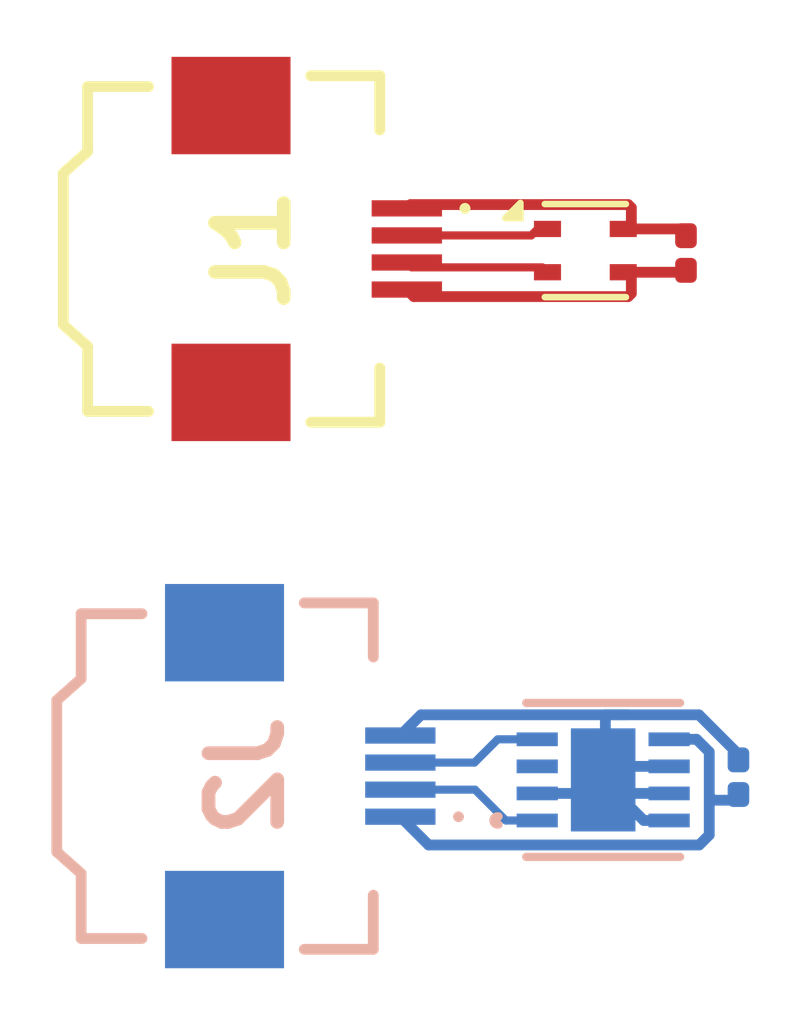
<source format=kicad_pcb>
(kicad_pcb (version 20240108) (generator "pcbnew") (generator_version "8.0")
  (layers (0 "F.Cu" signal) (31 "B.Cu" signal) (36 "B.SilkS" user "B.Silkscreen") (37 "F.SilkS" user "F.Silkscreen") (38 "B.Mask" user) (39 "F.Mask" user) (44 "Edge.Cuts" user))
  (net 0 "")
  (net 1 "/GND")
  (net 2 "/VDD3.3")
  (net 3 "GND")
  (net 4 "/VDD")
  (net 5 "/SDA")
  (net 6 "/SCL")
  (net 7 "/SCL0")
  (net 8 "/SDA0")
  (footprint "Capacitor_SMD:C_0201_0603Metric" (layer "F.Cu") (at 101.79 86.955 90)
    (property "Reference" "C2" (hide yes))
    (property "Value" "100nF" (hide yes))
    (pad "1" smd roundrect (at -0.32 0 90) (size 0.46 0.4) (layers "F.Cu" "F.Mask") (net 4 "/VDD"))
    (pad "2" smd roundrect (at 0.32 0 90) (size 0.46 0.4) (layers "F.Cu" "F.Mask") (net 3 "GND"))
  )
  (footprint "KiCad:FFC2B3504T" (layer "F.Cu") (at 93.455 86.88 -90)
    (property "Reference" "J1" (at 0 -0.325 -90) (layer "F.SilkS") (effects (font (size 1.27 1.27) (thickness 0.254))))
    (property "Value" "FFC2B35-04-T" (hide yes))
    (fp_line (start -1.4 3.175) (end 1.4 3.175) (stroke (width 0.2)) (layer "F.SilkS"))
    (fp_line (start 1.4 3.175) (end 1.8 2.725) (stroke (width 0.2)) (layer "F.SilkS"))
    (fp_line (start -3 2.725) (end -1.8 2.725) (stroke (width 0.2)) (layer "F.SilkS"))
    (fp_line (start -1.8 2.725) (end -1.4 3.175) (stroke (width 0.2)) (layer "F.SilkS"))
    (fp_line (start 1.8 2.725) (end 3 2.725) (stroke (width 0.2)) (layer "F.SilkS"))
    (fp_line (start 3 2.725) (end 3 1.6) (stroke (width 0.2)) (layer "F.SilkS"))
    (fp_line (start -3 1.6) (end -3 2.725) (stroke (width 0.2)) (layer "F.SilkS"))
    (fp_line (start -3.2 -1.4) (end -3.2 -2.675) (stroke (width 0.2)) (layer "F.SilkS"))
    (fp_line (start 3.2 -1.4) (end 3.2 -2.675) (stroke (width 0.2)) (layer "F.SilkS"))
    (fp_line (start -3.2 -2.675) (end -2.2 -2.675) (stroke (width 0.2)) (layer "F.SilkS"))
    (fp_line (start 3.2 -2.675) (end 2.2 -2.675) (stroke (width 0.2)) (layer "F.SilkS"))
    (fp_line (start -0.75 -4.2) (end -0.75 -4.2) (stroke (width 0.1)) (layer "F.SilkS"))
    (fp_line (start -0.75 -4.3) (end -0.75 -4.3) (stroke (width 0.1)) (layer "F.SilkS"))
    (fp_arc (start -0.75 -4.2) (mid -0.8 -4.25) (end -0.75 -4.3) (stroke (width 0.1)) (layer "F.SilkS"))
    (fp_arc (start -0.75 -4.3) (mid -0.7 -4.25) (end -0.75 -4.2) (stroke (width 0.1)) (layer "F.SilkS"))
    (pad "1" smd rect (at -0.75 -3.175 270) (size 0.3 1.3) (layers "F.Cu" "F.Paste" "F.Mask") (net 3 "GND"))
    (pad "2" smd rect (at -0.25 -3.175 270) (size 0.3 1.3) (layers "F.Cu" "F.Paste" "F.Mask") (net 5 "/SDA"))
    (pad "3" smd rect (at 0.25 -3.175 270) (size 0.3 1.3) (layers "F.Cu" "F.Paste" "F.Mask") (net 6 "/SCL"))
    (pad "4" smd rect (at 0.75 -3.175 270) (size 0.3 1.3) (layers "F.Cu" "F.Paste" "F.Mask") (net 4 "/VDD"))
    (pad "5" smd rect (at -2.65 0.075 270) (size 1.8 2.2) (layers "F.Cu" "F.Paste" "F.Mask"))
    (pad "6" smd rect (at 2.65 0.075 270) (size 1.8 2.2) (layers "F.Cu" "F.Paste" "F.Mask"))
  )
  (footprint "Sensor_Humidity:Sensirion_DFN-4_1.5x1.5mm_P0.8mm_SHT4x_NoCentralPad" (layer "F.Cu") (at 99.93 86.91)
    (property "Reference" "U1" (hide yes))
    (property "Value" "SHT4x" (hide yes))
    (fp_line (start -0.75 -0.86) (end 0.75 -0.86) (stroke (width 0.12)) (layer "F.SilkS"))
    (fp_line (start -0.75 0.86) (end 0.75 0.86) (stroke (width 0.12)) (layer "F.SilkS"))
    (fp_poly (pts (xy -1.2 -0.6) (xy -1.48 -0.6) (xy -1.2 -0.88) (xy -1.2 -0.6)) (stroke (width 0.12)) (fill solid) (layer "F.SilkS"))
    (pad "1" smd rect (at -0.7 -0.4) (size 0.5 0.3) (layers "F.Cu" "F.Paste" "F.Mask") (net 5 "/SDA"))
    (pad "2" smd rect (at -0.7 0.4) (size 0.5 0.3) (layers "F.Cu" "F.Paste" "F.Mask") (net 6 "/SCL"))
    (pad "3" smd rect (at 0.7 0.4) (size 0.5 0.3) (layers "F.Cu" "F.Paste" "F.Mask") (net 4 "/VDD"))
    (pad "4" smd rect (at 0.7 -0.4) (size 0.5 0.3) (layers "F.Cu" "F.Paste" "F.Mask") (net 3 "GND"))
  )
  (footprint "Capacitor_SMD:C_0201_0603Metric" (layer "B.Cu") (at 102.76 96.64 90)
    (property "Reference" "C1" (hide yes))
    (property "Value" "100nF" (hide yes))
    (pad "1" smd roundrect (at -0.32 0 90) (size 0.46 0.4) (layers "B.Cu" "B.Mask") (net 2 "/VDD3.3"))
    (pad "2" smd roundrect (at 0.32 0 90) (size 0.46 0.4) (layers "B.Cu" "B.Mask") (net 3 "GND"))
  )
  (footprint "KiCad:FFC2B3504T" (layer "B.Cu") (at 93.335 96.62 90)
    (property "Reference" "J2" (at 0 0.325 -90) (layer "B.SilkS") (effects (font (size 1.27 1.27) (thickness 0.254)) (justify mirror)))
    (property "Value" "FFC2B35-04-T" (hide yes))
    (fp_line (start 1.4 -3.175) (end -1.4 -3.175) (stroke (width 0.2)) (layer "B.SilkS"))
    (fp_line (start -1.4 -3.175) (end -1.8 -2.725) (stroke (width 0.2)) (layer "B.SilkS"))
    (fp_line (start 3 -2.725) (end 1.8 -2.725) (stroke (width 0.2)) (layer "B.SilkS"))
    (fp_line (start 1.8 -2.725) (end 1.4 -3.175) (stroke (width 0.2)) (layer "B.SilkS"))
    (fp_line (start -1.8 -2.725) (end -3 -2.725) (stroke (width 0.2)) (layer "B.SilkS"))
    (fp_line (start -3 -2.725) (end -3 -1.6) (stroke (width 0.2)) (layer "B.SilkS"))
    (fp_line (start 3 -1.6) (end 3 -2.725) (stroke (width 0.2)) (layer "B.SilkS"))
    (fp_line (start 3.2 2.675) (end 3.2 1.4) (stroke (width 0.2)) (layer "B.SilkS"))
    (fp_line (start 2.2 2.675) (end 3.2 2.675) (stroke (width 0.2)) (layer "B.SilkS"))
    (fp_line (start -2.2 2.675) (end -3.2 2.675) (stroke (width 0.2)) (layer "B.SilkS"))
    (fp_line (start -3.2 2.675) (end -3.2 1.4) (stroke (width 0.2)) (layer "B.SilkS"))
    (fp_line (start -0.75 4.2) (end -0.75 4.2) (stroke (width 0.1)) (layer "B.SilkS"))
    (fp_line (start -0.75 4.3) (end -0.75 4.3) (stroke (width 0.1)) (layer "B.SilkS"))
    (fp_arc (start -0.75 4.2) (mid -0.7 4.25) (end -0.75 4.3) (stroke (width 0.1)) (layer "B.SilkS"))
    (fp_arc (start -0.75 4.3) (mid -0.8 4.25) (end -0.75 4.2) (stroke (width 0.1)) (layer "B.SilkS"))
    (pad "1" smd rect (at -0.75 3.175 90) (size 0.3 1.3) (layers "B.Cu" "B.Paste" "B.Mask") (net 2 "/VDD3.3"))
    (pad "2" smd rect (at -0.25 3.175 90) (size 0.3 1.3) (layers "B.Cu" "B.Paste" "B.Mask") (net 8 "/SDA0"))
    (pad "3" smd rect (at 0.25 3.175 90) (size 0.3 1.3) (layers "B.Cu" "B.Paste" "B.Mask") (net 7 "/SCL0"))
    (pad "4" smd rect (at 0.75 3.175 90) (size 0.3 1.3) (layers "B.Cu" "B.Paste" "B.Mask") (net 3 "GND"))
    (pad "5" smd rect (at -2.65 -0.075 90) (size 1.8 2.2) (layers "B.Cu" "B.Paste" "B.Mask"))
    (pad "6" smd rect (at 2.65 -0.075 90) (size 1.8 2.2) (layers "B.Cu" "B.Paste" "B.Mask"))
  )
  (footprint "footprints2:STS3x-DIS_SEN" (layer "B.Cu") (at 100.2592 96.69)
    (property "Reference" "U2" (hide yes))
    (property "Value" "STS35-DIS" (hide yes))
    (fp_line (start -1.4224 1.4224) (end 1.4224 1.4224) (stroke (width 0.1524)) (layer "B.SilkS"))
    (fp_line (start 1.4224 -1.4224) (end -1.4224 -1.4224) (stroke (width 0.1524)) (layer "B.SilkS"))
    (fp_arc (start -1.93294 0.823829) (mid -2.028 0.75) (end -1.93294 0.676171) (stroke (width 0.1524)) (layer "B.SilkS"))
    (pad "1" smd rect (at -1.2192 0.750001) (size 0.762 0.254) (layers "B.Cu" "B.Paste" "B.Mask") (net 8 "/SDA0"))
    (pad "2" smd rect (at -1.2192 0.25) (size 0.762 0.254) (layers "B.Cu" "B.Paste" "B.Mask") (net 1 "/GND"))
    (pad "3" smd rect (at -1.2192 -0.25) (size 0.762 0.254) (layers "B.Cu" "B.Paste" "B.Mask"))
    (pad "4" smd rect (at -1.2192 -0.750001) (size 0.762 0.254) (layers "B.Cu" "B.Paste" "B.Mask") (net 7 "/SCL0"))
    (pad "5" smd rect (at 1.2192 -0.750001) (size 0.762 0.254) (layers "B.Cu" "B.Paste" "B.Mask") (net 2 "/VDD3.3"))
    (pad "6" smd rect (at 1.2192 -0.25) (size 0.762 0.254) (layers "B.Cu" "B.Paste" "B.Mask") (net 1 "/GND"))
    (pad "7" smd rect (at 1.2192 0.25) (size 0.762 0.254) (layers "B.Cu" "B.Paste" "B.Mask") (net 1 "/GND"))
    (pad "8" smd rect (at 1.2192 0.750001) (size 0.762 0.254) (layers "B.Cu" "B.Paste" "B.Mask") (net 1 "/GND"))
    (pad "9" smd rect (at 0 0) (size 1.1938 1.905) (layers "B.Cu" "B.Paste" "B.Mask") (net 3 "GND"))
  )
  (segment (start 100.5092 96.94) (end 100.2592 96.69) (width 0.2) (layer "B.Cu") (net 1))
  (segment (start 101.4784 96.44) (end 100.5092 96.44) (width 0.2) (layer "B.Cu") (net 1))
  (segment (start 100.0092 96.94) (end 100.2592 96.69) (width 0.2) (layer "B.Cu") (net 1))
  (segment (start 101.4784 96.94) (end 100.5092 96.94) (width 0.2) (layer "B.Cu") (net 1))
  (segment (start 100.5092 96.44) (end 100.2592 96.69) (width 0.2) (layer "B.Cu") (net 1))
  (segment (start 99.04 96.94) (end 100.0092 96.94) (width 0.2) (layer "B.Cu") (net 1))
  (segment (start 101.4784 97.440001) (end 101.009201 97.440001) (width 0.2) (layer "B.Cu") (net 1))
  (segment (start 101.009201 97.440001) (end 100.2592 96.69) (width 0.2) (layer "B.Cu") (net 1))
  (segment (start 101.986399 95.939999) (end 101.4784 95.939999) (width 0.2) (layer "B.Cu") (net 2))
  (segment (start 97.0325 97.8925) (end 102.033901 97.8925) (width 0.2) (layer "B.Cu") (net 2))
  (segment (start 102.22 96.9894) (end 102.22 96.1736) (width 0.2) (layer "B.Cu") (net 2))
  (segment (start 96.51 97.37) (end 97.0325 97.8925) (width 0.2) (layer "B.Cu") (net 2))
  (segment (start 102.68 97.065) (end 102.2956 97.065) (width 0.2) (layer "B.Cu") (net 2))
  (segment (start 102.033901 97.8925) (end 102.22 97.706401) (width 0.2) (layer "B.Cu") (net 2))
  (segment (start 102.2956 97.065) (end 102.22 96.9894) (width 0.2) (layer "B.Cu") (net 2))
  (segment (start 102.22 97.706401) (end 102.22 96.9894) (width 0.2) (layer "B.Cu") (net 2))
  (segment (start 102.22 96.1736) (end 101.986399 95.939999) (width 0.2) (layer "B.Cu") (net 2))
  (segment (start 100.63 86.51) (end 101.665 86.51) (width 0.2) (layer "F.Cu") (net 3))
  (segment (start 100.78 86.401422) (end 100.671422 86.51) (width 0.2) (layer "F.Cu") (net 3))
  (segment (start 96.7 86.06) (end 100.721422 86.06) (width 0.2) (layer "F.Cu") (net 3))
  (segment (start 100.78 86.118578) (end 100.78 86.401422) (width 0.2) (layer "F.Cu") (net 3))
  (segment (start 101.665 86.51) (end 101.79 86.635) (width 0.2) (layer "F.Cu") (net 3))
  (segment (start 100.671422 86.51) (end 100.63 86.51) (width 0.2) (layer "F.Cu") (net 3))
  (segment (start 100.721422 86.06) (end 100.78 86.118578) (width 0.2) (layer "F.Cu") (net 3))
  (segment (start 96.63 86.13) (end 96.7 86.06) (width 0.2) (layer "F.Cu") (net 3))
  (segment (start 100.3 95.4875) (end 100.3 96.025775) (width 0.2) (layer "B.Cu") (net 3))
  (segment (start 102.028874 95.4875) (end 102.68 96.138626) (width 0.2) (layer "B.Cu") (net 3))
  (segment (start 96.8925 95.4875) (end 100.71 95.4875) (width 0.2) (layer "B.Cu") (net 3))
  (segment (start 102.68 96.138626) (end 102.68 96.425) (width 0.2) (layer "B.Cu") (net 3))
  (segment (start 100.71 95.4875) (end 102.028874 95.4875) (width 0.2) (layer "B.Cu") (net 3))
  (segment (start 100.3 96.025775) (end 100.364225 96.09) (width 0.2) (layer "B.Cu") (net 3))
  (segment (start 100.71 95.4875) (end 100.3 95.4875) (width 0.2) (layer "B.Cu") (net 3))
  (segment (start 96.51 95.87) (end 96.8925 95.4875) (width 0.2) (layer "B.Cu") (net 3))
  (segment (start 100.78 87.318578) (end 100.771422 87.31) (width 0.2) (layer "F.Cu") (net 4))
  (segment (start 100.63 87.31) (end 101.755 87.31) (width 0.2) (layer "F.Cu") (net 4))
  (segment (start 100.78 87.701422) (end 100.78 87.318578) (width 0.2) (layer "F.Cu") (net 4))
  (segment (start 96.63 87.63) (end 96.76 87.76) (width 0.2) (layer "F.Cu") (net 4))
  (segment (start 101.755 87.31) (end 101.79 87.275) (width 0.2) (layer "F.Cu") (net 4))
  (segment (start 100.721422 87.76) (end 100.78 87.701422) (width 0.2) (layer "F.Cu") (net 4))
  (segment (start 96.76 87.76) (end 100.721422 87.76) (width 0.2) (layer "F.Cu") (net 4))
  (segment (start 100.771422 87.31) (end 100.63 87.31) (width 0.2) (layer "F.Cu") (net 4))
  (segment (start 98.93 86.63) (end 99.05 86.51) (width 0.15) (layer "F.Cu") (net 5))
  (segment (start 96.63 86.63) (end 98.93 86.63) (width 0.15) (layer "F.Cu") (net 5))
  (segment (start 99.05 86.51) (end 99.23 86.51) (width 0.15) (layer "F.Cu") (net 5))
  (segment (start 99.223934 87.31) (end 99.23 87.31) (width 0.15) (layer "F.Cu") (net 6))
  (segment (start 96.72 87.22) (end 99.133934 87.22) (width 0.15) (layer "F.Cu") (net 6))
  (segment (start 96.63 87.13) (end 96.72 87.22) (width 0.15) (layer "F.Cu") (net 6))
  (segment (start 99.133934 87.22) (end 99.223934 87.31) (width 0.15) (layer "F.Cu") (net 6))
  (segment (start 98.310001 95.939999) (end 99.04 95.939999) (width 0.15) (layer "B.Cu") (net 7))
  (segment (start 97.88 96.37) (end 98.310001 95.939999) (width 0.15) (layer "B.Cu") (net 7))
  (segment (start 96.51 96.37) (end 97.88 96.37) (width 0.15) (layer "B.Cu") (net 7))
  (segment (start 98.460001 97.440001) (end 99.04 97.440001) (width 0.15) (layer "B.Cu") (net 8))
  (segment (start 96.51 96.87) (end 97.89 96.87) (width 0.15) (layer "B.Cu") (net 8))
  (segment (start 97.89 96.87) (end 98.460001 97.440001) (width 0.15) (layer "B.Cu") (net 8))
)
</source>
